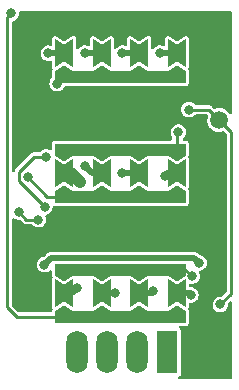
<source format=gbl>
G04 #@! TF.GenerationSoftware,KiCad,Pcbnew,6.0.10-86aedd382b~118~ubuntu22.04.1*
G04 #@! TF.CreationDate,2023-01-28T15:28:02-08:00*
G04 #@! TF.ProjectId,esp8266-dongle,65737038-3236-4362-9d64-6f6e676c652e,rev?*
G04 #@! TF.SameCoordinates,Original*
G04 #@! TF.FileFunction,Copper,L2,Bot*
G04 #@! TF.FilePolarity,Positive*
%FSLAX46Y46*%
G04 Gerber Fmt 4.6, Leading zero omitted, Abs format (unit mm)*
G04 Created by KiCad (PCBNEW 6.0.10-86aedd382b~118~ubuntu22.04.1) date 2023-01-28 15:28:02*
%MOMM*%
%LPD*%
G01*
G04 APERTURE LIST*
G04 Aperture macros list*
%AMFreePoly0*
4,1,6,1.000000,0.000000,0.500000,-0.750000,-0.500000,-0.750000,-0.500000,0.750000,0.500000,0.750000,1.000000,0.000000,1.000000,0.000000,$1*%
%AMFreePoly1*
4,1,7,0.700000,0.000000,1.200000,-0.750000,-1.200000,-0.750000,-0.700000,0.000000,-1.200000,0.750000,1.200000,0.750000,0.700000,0.000000,0.700000,0.000000,$1*%
G04 Aperture macros list end*
G04 #@! TA.AperFunction,ComponentPad*
%ADD10R,1.800000X3.600000*%
G04 #@! TD*
G04 #@! TA.AperFunction,ComponentPad*
%ADD11O,1.800000X3.600000*%
G04 #@! TD*
G04 #@! TA.AperFunction,SMDPad,CuDef*
%ADD12FreePoly0,90.000000*%
G04 #@! TD*
G04 #@! TA.AperFunction,SMDPad,CuDef*
%ADD13FreePoly1,90.000000*%
G04 #@! TD*
G04 #@! TA.AperFunction,SMDPad,CuDef*
%ADD14FreePoly0,270.000000*%
G04 #@! TD*
G04 #@! TA.AperFunction,SMDPad,CuDef*
%ADD15C,1.500000*%
G04 #@! TD*
G04 #@! TA.AperFunction,ViaPad*
%ADD16C,0.800000*%
G04 #@! TD*
G04 #@! TA.AperFunction,Conductor*
%ADD17C,0.500000*%
G04 #@! TD*
G04 #@! TA.AperFunction,Conductor*
%ADD18C,1.000000*%
G04 #@! TD*
G04 #@! TA.AperFunction,Conductor*
%ADD19C,0.250000*%
G04 #@! TD*
G04 APERTURE END LIST*
D10*
G04 #@! TO.P,J1,1,Pin_1*
G04 #@! TO.N,/PIN1*
X120000000Y-106600000D03*
D11*
G04 #@! TO.P,J1,2,Pin_2*
G04 #@! TO.N,/PIN2*
X117460000Y-106600000D03*
G04 #@! TO.P,J1,3,Pin_3*
G04 #@! TO.N,/PIN3*
X114920000Y-106600000D03*
G04 #@! TO.P,J1,4,Pin_4*
G04 #@! TO.N,/PIN4*
X112380000Y-106600000D03*
G04 #@! TD*
D12*
G04 #@! TO.P,JP9,1,A*
G04 #@! TO.N,/TXD*
X111275000Y-103600000D03*
D13*
G04 #@! TO.P,JP9,2,C*
G04 #@! TO.N,/PIN4*
X111275000Y-101600000D03*
D14*
G04 #@! TO.P,JP9,3,B*
G04 #@! TO.N,/RXD*
X111275000Y-99600000D03*
G04 #@! TD*
D15*
G04 #@! TO.P,TP1,1,1*
G04 #@! TO.N,/GPIO0*
X124400000Y-86950000D03*
G04 #@! TD*
D12*
G04 #@! TO.P,JP4,1,A*
G04 #@! TO.N,/ROUTER_TX*
X120800000Y-93440000D03*
D13*
G04 #@! TO.P,JP4,2,C*
G04 #@! TO.N,/PIN1*
X120800000Y-91440000D03*
D14*
G04 #@! TO.P,JP4,3,B*
G04 #@! TO.N,/ROUTER_RX*
X120800000Y-89440000D03*
G04 #@! TD*
D12*
G04 #@! TO.P,JP7,1,A*
G04 #@! TO.N,/ROUTER_TX*
X114450000Y-93440000D03*
D13*
G04 #@! TO.P,JP7,2,C*
G04 #@! TO.N,/PIN3*
X114450000Y-91440000D03*
D14*
G04 #@! TO.P,JP7,3,B*
G04 #@! TO.N,/ROUTER_RX*
X114450000Y-89440000D03*
G04 #@! TD*
D12*
G04 #@! TO.P,JP12,1,A*
G04 #@! TO.N,/TXD*
X117625000Y-103600000D03*
D13*
G04 #@! TO.P,JP12,2,C*
G04 #@! TO.N,/PIN2*
X117625000Y-101600000D03*
D14*
G04 #@! TO.P,JP12,3,B*
G04 #@! TO.N,/RXD*
X117625000Y-99600000D03*
G04 #@! TD*
D12*
G04 #@! TO.P,JP8,1,A*
G04 #@! TO.N,/ROUTER_TX*
X117625000Y-93440000D03*
D13*
G04 #@! TO.P,JP8,2,C*
G04 #@! TO.N,/PIN2*
X117625000Y-91440000D03*
D14*
G04 #@! TO.P,JP8,3,B*
G04 #@! TO.N,/ROUTER_RX*
X117625000Y-89440000D03*
G04 #@! TD*
D12*
G04 #@! TO.P,JP5,1,A*
G04 #@! TO.N,+3V3*
X114450000Y-83280000D03*
D13*
G04 #@! TO.P,JP5,2,C*
G04 #@! TO.N,/PIN3*
X114450000Y-81280000D03*
D14*
G04 #@! TO.P,JP5,3,B*
G04 #@! TO.N,GND*
X114450000Y-79280000D03*
G04 #@! TD*
D12*
G04 #@! TO.P,JP3,1,A*
G04 #@! TO.N,/ROUTER_TX*
X111275000Y-93440000D03*
D13*
G04 #@! TO.P,JP3,2,C*
G04 #@! TO.N,/PIN4*
X111275000Y-91440000D03*
D14*
G04 #@! TO.P,JP3,3,B*
G04 #@! TO.N,/ROUTER_RX*
X111275000Y-89440000D03*
G04 #@! TD*
D12*
G04 #@! TO.P,JP10,1,A*
G04 #@! TO.N,/TXD*
X120800000Y-103600000D03*
D13*
G04 #@! TO.P,JP10,2,C*
G04 #@! TO.N,/PIN1*
X120800000Y-101600000D03*
D14*
G04 #@! TO.P,JP10,3,B*
G04 #@! TO.N,/RXD*
X120800000Y-99600000D03*
G04 #@! TD*
D12*
G04 #@! TO.P,JP6,1,A*
G04 #@! TO.N,+3V3*
X117625000Y-83280000D03*
D13*
G04 #@! TO.P,JP6,2,C*
G04 #@! TO.N,/PIN2*
X117625000Y-81280000D03*
D14*
G04 #@! TO.P,JP6,3,B*
G04 #@! TO.N,GND*
X117625000Y-79280000D03*
G04 #@! TD*
D12*
G04 #@! TO.P,JP11,1,A*
G04 #@! TO.N,/TXD*
X114450000Y-103600000D03*
D13*
G04 #@! TO.P,JP11,2,C*
G04 #@! TO.N,/PIN3*
X114450000Y-101600000D03*
D14*
G04 #@! TO.P,JP11,3,B*
G04 #@! TO.N,/RXD*
X114450000Y-99600000D03*
G04 #@! TD*
D12*
G04 #@! TO.P,JP2,1,A*
G04 #@! TO.N,+3V3*
X120800000Y-83280000D03*
D13*
G04 #@! TO.P,JP2,2,C*
G04 #@! TO.N,/PIN1*
X120800000Y-81280000D03*
D14*
G04 #@! TO.P,JP2,3,B*
G04 #@! TO.N,GND*
X120800000Y-79280000D03*
G04 #@! TD*
D12*
G04 #@! TO.P,JP1,1,A*
G04 #@! TO.N,+3V3*
X111275000Y-83280000D03*
D13*
G04 #@! TO.P,JP1,2,C*
G04 #@! TO.N,/PIN4*
X111275000Y-81280000D03*
D14*
G04 #@! TO.P,JP1,3,B*
G04 #@! TO.N,GND*
X111275000Y-79280000D03*
G04 #@! TD*
D16*
G04 #@! TO.N,+3V3*
X110680011Y-83861607D03*
X109601000Y-99187000D03*
X122700000Y-99050000D03*
G04 #@! TO.N,GND*
X124206000Y-94361000D03*
X123825000Y-99060000D03*
X122682000Y-94234000D03*
X108028827Y-97589031D03*
G04 #@! TO.N,/PIN1*
X119779511Y-91675489D03*
X119380000Y-81280000D03*
X122000000Y-101750000D03*
G04 #@! TO.N,/PIN2*
X116205000Y-81280000D03*
X118800000Y-101400000D03*
X116205000Y-91440000D03*
G04 #@! TO.N,/PIN3*
X113030000Y-81280000D03*
X113030000Y-90805000D03*
X115600000Y-101550000D03*
G04 #@! TO.N,/PIN4*
X112385000Y-101135000D03*
X112649000Y-92202000D03*
X109939502Y-81280000D03*
G04 #@! TO.N,/ROUTER_TX*
X108174500Y-91758008D03*
G04 #@! TO.N,/ROUTER_RX*
X120950000Y-87950000D03*
G04 #@! TO.N,/CH_PD*
X109740076Y-90056476D03*
X109630498Y-94300000D03*
G04 #@! TO.N,/RESET*
X107442000Y-94742000D03*
X109093000Y-95377000D03*
G04 #@! TO.N,/GPIO0*
X121846047Y-86061888D03*
X124500000Y-102550000D03*
G04 #@! TO.N,/RXD*
X122097831Y-100156520D03*
G04 #@! TO.N,/TXD*
X106781788Y-77913331D03*
G04 #@! TD*
D17*
G04 #@! TO.N,+3V3*
X110138000Y-98650000D02*
X122300000Y-98650000D01*
X122300000Y-98650000D02*
X122700000Y-99050000D01*
D18*
X120800000Y-83280000D02*
X117625000Y-83280000D01*
X114450000Y-83280000D02*
X111345000Y-83280000D01*
X117625000Y-83280000D02*
X114450000Y-83280000D01*
D17*
X111275000Y-83280000D02*
X110693393Y-83861607D01*
X110693393Y-83861607D02*
X110680011Y-83861607D01*
X109601000Y-99187000D02*
X110138000Y-98650000D01*
D18*
G04 #@! TO.N,GND*
X120800000Y-79280000D02*
X117625000Y-79280000D01*
X111275000Y-79280000D02*
X114450000Y-79280000D01*
X117625000Y-79280000D02*
X114450000Y-79280000D01*
D17*
G04 #@! TO.N,/PIN1*
X121850000Y-101600000D02*
X120800000Y-101600000D01*
X120015000Y-91440000D02*
X119779511Y-91675489D01*
X120800000Y-81280000D02*
X119380000Y-81280000D01*
X122000000Y-101750000D02*
X121850000Y-101600000D01*
X120800000Y-91440000D02*
X120015000Y-91440000D01*
G04 #@! TO.N,/PIN2*
X118600000Y-101600000D02*
X117625000Y-101600000D01*
X117625000Y-91440000D02*
X116205000Y-91440000D01*
X116205000Y-81280000D02*
X117625000Y-81280000D01*
X118800000Y-101400000D02*
X118600000Y-101600000D01*
G04 #@! TO.N,/PIN3*
X114450000Y-91440000D02*
X113665000Y-91440000D01*
X113665000Y-91440000D02*
X113030000Y-90805000D01*
X113030000Y-81280000D02*
X114450000Y-81280000D01*
X115600000Y-101550000D02*
X115550000Y-101600000D01*
X115550000Y-101600000D02*
X114450000Y-101600000D01*
G04 #@! TO.N,/PIN4*
X111275000Y-81280000D02*
X109939502Y-81280000D01*
D18*
X111887000Y-91440000D02*
X111275000Y-91440000D01*
D17*
X111920000Y-101600000D02*
X111275000Y-101600000D01*
X112385000Y-101135000D02*
X111920000Y-101600000D01*
D18*
X112649000Y-92202000D02*
X111887000Y-91440000D01*
D19*
G04 #@! TO.N,/ROUTER_TX*
X109856492Y-93440000D02*
X108174500Y-91758008D01*
X111275000Y-93440000D02*
X109856492Y-93440000D01*
D18*
X114450000Y-93440000D02*
X111275000Y-93440000D01*
X120800000Y-93440000D02*
X117625000Y-93440000D01*
X117625000Y-93440000D02*
X114450000Y-93440000D01*
G04 #@! TO.N,/ROUTER_RX*
X117625000Y-89440000D02*
X114450000Y-89440000D01*
X120800000Y-89440000D02*
X117625000Y-89440000D01*
D19*
X120800000Y-88100000D02*
X120800000Y-89440000D01*
D18*
X114450000Y-89440000D02*
X111275000Y-89440000D01*
D19*
X120950000Y-87950000D02*
X120800000Y-88100000D01*
G04 #@! TO.N,/CH_PD*
X109630498Y-94300000D02*
X107450000Y-92119502D01*
X107450000Y-91350000D02*
X108743524Y-90056476D01*
X107450000Y-92119502D02*
X107450000Y-91350000D01*
X108743524Y-90056476D02*
X109740076Y-90056476D01*
G04 #@! TO.N,/RESET*
X109093000Y-95377000D02*
X108077000Y-95377000D01*
X108077000Y-95377000D02*
X107442000Y-94742000D01*
G04 #@! TO.N,/GPIO0*
X125400000Y-87950000D02*
X125400000Y-101650000D01*
X123511888Y-86061888D02*
X124400000Y-86950000D01*
X125400000Y-101650000D02*
X124500000Y-102550000D01*
X124400000Y-86950000D02*
X125400000Y-87950000D01*
X121846047Y-86061888D02*
X123511888Y-86061888D01*
G04 #@! TO.N,/RXD*
X122097831Y-100156520D02*
X121541311Y-99600000D01*
X121541311Y-99600000D02*
X120800000Y-99600000D01*
D18*
X111275000Y-99600000D02*
X120800000Y-99600000D01*
D19*
G04 #@! TO.N,/TXD*
X106781788Y-77913331D02*
X106450000Y-78245119D01*
X106450000Y-102800000D02*
X107250000Y-103600000D01*
X107250000Y-103600000D02*
X111275000Y-103600000D01*
D18*
X111275000Y-103600000D02*
X120800000Y-103600000D01*
D19*
X106450000Y-78245119D02*
X106450000Y-102800000D01*
G04 #@! TD*
G04 #@! TA.AperFunction,Conductor*
G04 #@! TO.N,GND*
G36*
X125417621Y-77744002D02*
G01*
X125464114Y-77797658D01*
X125475500Y-77850000D01*
X125475500Y-86328560D01*
X125455498Y-86396681D01*
X125401842Y-86443174D01*
X125331568Y-86453278D01*
X125266988Y-86423784D01*
X125244554Y-86398290D01*
X125243609Y-86396867D01*
X125240717Y-86391429D01*
X125116212Y-86238770D01*
X125050894Y-86184734D01*
X124969177Y-86117132D01*
X124969174Y-86117130D01*
X124964427Y-86113203D01*
X124791143Y-86019508D01*
X124602960Y-85961256D01*
X124596835Y-85960612D01*
X124596834Y-85960612D01*
X124413176Y-85941309D01*
X124413174Y-85941309D01*
X124407047Y-85940665D01*
X124325018Y-85948130D01*
X124217004Y-85957960D01*
X124217001Y-85957961D01*
X124210865Y-85958519D01*
X124204959Y-85960257D01*
X124204955Y-85960258D01*
X124077388Y-85997803D01*
X124006391Y-85997848D01*
X123952718Y-85966024D01*
X123818366Y-85831672D01*
X123803224Y-85812924D01*
X123802109Y-85811699D01*
X123796459Y-85802948D01*
X123788281Y-85796501D01*
X123788279Y-85796499D01*
X123770088Y-85782159D01*
X123765647Y-85778213D01*
X123765585Y-85778286D01*
X123761621Y-85774927D01*
X123757944Y-85771250D01*
X123742196Y-85759996D01*
X123737526Y-85756490D01*
X123697241Y-85724732D01*
X123688607Y-85721700D01*
X123681154Y-85716374D01*
X123632038Y-85701685D01*
X123626396Y-85699852D01*
X123585521Y-85685498D01*
X123585520Y-85685498D01*
X123578037Y-85682870D01*
X123572472Y-85682388D01*
X123569764Y-85682388D01*
X123567130Y-85682274D01*
X123567032Y-85682245D01*
X123567039Y-85682081D01*
X123566335Y-85682037D01*
X123560110Y-85680175D01*
X123506253Y-85682291D01*
X123501306Y-85682388D01*
X122445729Y-85682388D01*
X122377608Y-85662386D01*
X122351161Y-85636748D01*
X122349925Y-85637837D01*
X122344902Y-85632139D01*
X122340600Y-85625880D01*
X122222322Y-85520499D01*
X122214936Y-85516588D01*
X122089035Y-85449927D01*
X122089036Y-85449927D01*
X122082321Y-85446372D01*
X121928680Y-85407780D01*
X121921081Y-85407740D01*
X121921080Y-85407740D01*
X121855228Y-85407395D01*
X121770268Y-85406950D01*
X121762888Y-85408722D01*
X121762886Y-85408722D01*
X121623610Y-85442159D01*
X121623607Y-85442160D01*
X121616231Y-85443931D01*
X121475461Y-85516588D01*
X121356086Y-85620726D01*
X121264997Y-85750332D01*
X121207453Y-85897925D01*
X121206461Y-85905458D01*
X121206461Y-85905459D01*
X121191061Y-86022438D01*
X121186776Y-86054984D01*
X121204160Y-86212441D01*
X121206770Y-86219572D01*
X121206770Y-86219574D01*
X121212359Y-86234845D01*
X121258600Y-86361207D01*
X121262836Y-86367510D01*
X121262836Y-86367511D01*
X121337279Y-86478293D01*
X121346955Y-86492693D01*
X121352574Y-86497806D01*
X121352575Y-86497807D01*
X121426819Y-86565363D01*
X121464123Y-86599307D01*
X121603340Y-86674896D01*
X121756569Y-86715095D01*
X121840524Y-86716414D01*
X121907366Y-86717464D01*
X121907369Y-86717464D01*
X121914963Y-86717583D01*
X122069379Y-86682217D01*
X122172421Y-86630393D01*
X122204119Y-86614451D01*
X122204122Y-86614449D01*
X122210902Y-86611039D01*
X122216673Y-86606110D01*
X122216676Y-86606108D01*
X122325589Y-86513087D01*
X122325590Y-86513086D01*
X122331361Y-86508157D01*
X122341633Y-86493862D01*
X122397628Y-86450214D01*
X122443956Y-86441388D01*
X123302504Y-86441388D01*
X123370625Y-86461390D01*
X123391599Y-86478293D01*
X123416505Y-86503199D01*
X123450531Y-86565511D01*
X123447512Y-86630392D01*
X123412697Y-86740142D01*
X123390738Y-86935907D01*
X123407222Y-87132209D01*
X123408920Y-87138129D01*
X123454689Y-87297743D01*
X123461521Y-87321570D01*
X123551566Y-87496779D01*
X123555389Y-87501603D01*
X123555392Y-87501607D01*
X123658922Y-87632228D01*
X123673927Y-87651160D01*
X123823945Y-87778835D01*
X123829323Y-87781841D01*
X123829325Y-87781842D01*
X123862304Y-87800273D01*
X123995904Y-87874940D01*
X124183255Y-87935814D01*
X124378862Y-87959139D01*
X124384997Y-87958667D01*
X124384999Y-87958667D01*
X124444801Y-87954065D01*
X124575274Y-87944026D01*
X124724853Y-87902262D01*
X124795841Y-87903207D01*
X124847831Y-87934525D01*
X124983595Y-88070289D01*
X125017621Y-88132601D01*
X125020500Y-88159384D01*
X125020500Y-101440616D01*
X125000498Y-101508737D01*
X124983595Y-101529711D01*
X124654411Y-101858895D01*
X124592099Y-101892921D01*
X124564658Y-101895798D01*
X124424221Y-101895062D01*
X124416841Y-101896834D01*
X124416839Y-101896834D01*
X124277563Y-101930271D01*
X124277560Y-101930272D01*
X124270184Y-101932043D01*
X124129414Y-102004700D01*
X124010039Y-102108838D01*
X123918950Y-102238444D01*
X123861406Y-102386037D01*
X123860414Y-102393570D01*
X123860414Y-102393571D01*
X123842504Y-102529614D01*
X123840729Y-102543096D01*
X123858113Y-102700553D01*
X123860723Y-102707684D01*
X123860723Y-102707686D01*
X123909554Y-102841123D01*
X123912553Y-102849319D01*
X123916789Y-102855622D01*
X123916789Y-102855623D01*
X123946140Y-102899301D01*
X124000908Y-102980805D01*
X124006527Y-102985918D01*
X124006528Y-102985919D01*
X124112460Y-103082309D01*
X124118076Y-103087419D01*
X124257293Y-103163008D01*
X124410522Y-103203207D01*
X124494477Y-103204526D01*
X124561319Y-103205576D01*
X124561322Y-103205576D01*
X124568916Y-103205695D01*
X124723332Y-103170329D01*
X124793742Y-103134917D01*
X124858072Y-103102563D01*
X124858075Y-103102561D01*
X124864855Y-103099151D01*
X124870626Y-103094222D01*
X124870629Y-103094220D01*
X124979536Y-103001204D01*
X124979536Y-103001203D01*
X124985314Y-102996269D01*
X125077755Y-102867624D01*
X125136842Y-102720641D01*
X125159162Y-102563807D01*
X125159307Y-102550000D01*
X125153437Y-102501496D01*
X125165109Y-102431468D01*
X125189429Y-102397265D01*
X125260405Y-102326289D01*
X125322717Y-102292263D01*
X125393532Y-102297328D01*
X125450368Y-102339875D01*
X125475179Y-102406395D01*
X125475500Y-102415384D01*
X125475500Y-108759500D01*
X125455498Y-108827621D01*
X125401842Y-108874114D01*
X125349500Y-108885500D01*
X121033086Y-108885500D01*
X120964965Y-108865498D01*
X120918472Y-108811842D01*
X120908368Y-108741568D01*
X120937862Y-108676988D01*
X120984869Y-108643091D01*
X120987129Y-108642155D01*
X120999301Y-108639734D01*
X121009618Y-108632841D01*
X121009619Y-108632840D01*
X121073168Y-108590377D01*
X121083484Y-108583484D01*
X121139734Y-108499301D01*
X121154500Y-108425067D01*
X121154499Y-104774934D01*
X121139734Y-104700699D01*
X121117168Y-104666926D01*
X121090377Y-104626832D01*
X121083484Y-104616516D01*
X121044176Y-104590251D01*
X120998648Y-104535774D01*
X120989801Y-104465331D01*
X121020442Y-104401287D01*
X121080844Y-104363975D01*
X121114178Y-104359486D01*
X121550000Y-104359486D01*
X121649301Y-104339734D01*
X121733484Y-104283484D01*
X121789734Y-104199301D01*
X121809486Y-104100000D01*
X121809486Y-103100000D01*
X121804447Y-103049111D01*
X121784747Y-103001691D01*
X121777085Y-102931110D01*
X121783808Y-102908170D01*
X121789734Y-102899301D01*
X121799470Y-102850357D01*
X121808279Y-102806068D01*
X121809486Y-102800000D01*
X121809486Y-102529614D01*
X121829488Y-102461493D01*
X121883144Y-102415000D01*
X121937464Y-102403630D01*
X121985758Y-102404389D01*
X122061319Y-102405576D01*
X122061322Y-102405576D01*
X122068916Y-102405695D01*
X122223332Y-102370329D01*
X122310897Y-102326289D01*
X122358072Y-102302563D01*
X122358075Y-102302561D01*
X122364855Y-102299151D01*
X122370626Y-102294222D01*
X122370629Y-102294220D01*
X122479536Y-102201204D01*
X122479536Y-102201203D01*
X122485314Y-102196269D01*
X122577755Y-102067624D01*
X122636842Y-101920641D01*
X122648305Y-101840095D01*
X122658581Y-101767891D01*
X122658581Y-101767888D01*
X122659162Y-101763807D01*
X122659307Y-101750000D01*
X122640276Y-101592733D01*
X122584280Y-101444546D01*
X122553852Y-101400273D01*
X122498855Y-101320251D01*
X122498854Y-101320249D01*
X122494553Y-101313992D01*
X122376275Y-101208611D01*
X122236274Y-101134484D01*
X122082633Y-101095892D01*
X122075034Y-101095852D01*
X122075033Y-101095852D01*
X122034037Y-101095637D01*
X121934825Y-101095118D01*
X121866811Y-101074760D01*
X121820600Y-101020861D01*
X121809486Y-100969120D01*
X121809486Y-100920875D01*
X121829488Y-100852754D01*
X121883144Y-100806261D01*
X121953418Y-100796157D01*
X121967459Y-100798999D01*
X122001002Y-100807799D01*
X122001006Y-100807800D01*
X122008353Y-100809727D01*
X122092308Y-100811046D01*
X122159150Y-100812096D01*
X122159153Y-100812096D01*
X122166747Y-100812215D01*
X122321163Y-100776849D01*
X122424471Y-100724891D01*
X122455903Y-100709083D01*
X122455906Y-100709081D01*
X122462686Y-100705671D01*
X122468457Y-100700742D01*
X122468460Y-100700740D01*
X122577367Y-100607724D01*
X122577367Y-100607723D01*
X122583145Y-100602789D01*
X122675586Y-100474144D01*
X122734673Y-100327161D01*
X122756993Y-100170327D01*
X122757138Y-100156520D01*
X122738107Y-99999253D01*
X122689524Y-99870684D01*
X122684156Y-99799891D01*
X122717913Y-99737434D01*
X122779260Y-99703326D01*
X122915929Y-99672025D01*
X122915933Y-99672024D01*
X122923332Y-99670329D01*
X123006121Y-99628691D01*
X123058072Y-99602563D01*
X123058075Y-99602561D01*
X123064855Y-99599151D01*
X123070626Y-99594222D01*
X123070629Y-99594220D01*
X123179536Y-99501204D01*
X123179536Y-99501203D01*
X123185314Y-99496269D01*
X123277755Y-99367624D01*
X123336842Y-99220641D01*
X123359162Y-99063807D01*
X123359307Y-99050000D01*
X123340276Y-98892733D01*
X123284280Y-98744546D01*
X123194553Y-98613992D01*
X123076275Y-98508611D01*
X122936274Y-98434484D01*
X122928911Y-98432635D01*
X122928907Y-98432633D01*
X122785332Y-98396570D01*
X122726932Y-98363461D01*
X122706677Y-98343206D01*
X122699136Y-98333768D01*
X122698756Y-98334091D01*
X122692938Y-98327255D01*
X122688147Y-98319661D01*
X122648140Y-98284328D01*
X122642454Y-98278983D01*
X122631120Y-98267649D01*
X122622845Y-98261447D01*
X122615000Y-98255060D01*
X122586557Y-98229940D01*
X122579830Y-98223999D01*
X122571708Y-98220186D01*
X122568907Y-98218346D01*
X122554912Y-98209937D01*
X122551949Y-98208315D01*
X122544764Y-98202930D01*
X122536354Y-98199777D01*
X122536352Y-98199776D01*
X122500818Y-98186454D01*
X122491502Y-98182529D01*
X122449018Y-98162583D01*
X122440144Y-98161201D01*
X122436917Y-98160215D01*
X122421134Y-98156075D01*
X122417856Y-98155354D01*
X122409448Y-98152202D01*
X122395691Y-98151180D01*
X122362643Y-98148724D01*
X122352596Y-98147570D01*
X122344114Y-98146249D01*
X122344111Y-98146249D01*
X122339303Y-98145500D01*
X122323938Y-98145500D01*
X122314601Y-98145154D01*
X122298519Y-98143959D01*
X122265333Y-98141493D01*
X122256558Y-98143366D01*
X122247862Y-98143959D01*
X122233262Y-98145500D01*
X110208630Y-98145500D01*
X110196622Y-98144158D01*
X110196582Y-98144654D01*
X110187631Y-98143934D01*
X110178877Y-98141953D01*
X110148430Y-98143842D01*
X110125607Y-98145258D01*
X110117805Y-98145500D01*
X110101774Y-98145500D01*
X110091541Y-98146965D01*
X110081489Y-98147995D01*
X110052085Y-98149820D01*
X110043601Y-98150346D01*
X110043600Y-98150346D01*
X110034642Y-98150902D01*
X110026199Y-98153950D01*
X110022920Y-98154629D01*
X110007055Y-98158584D01*
X110003831Y-98159527D01*
X109994948Y-98160799D01*
X109986779Y-98164513D01*
X109986773Y-98164515D01*
X109952221Y-98180225D01*
X109942853Y-98184039D01*
X109898716Y-98199972D01*
X109891466Y-98205269D01*
X109888499Y-98206846D01*
X109874386Y-98215093D01*
X109871563Y-98216898D01*
X109863395Y-98220612D01*
X109856598Y-98226469D01*
X109856596Y-98226470D01*
X109827847Y-98251243D01*
X109819936Y-98257525D01*
X109809056Y-98265473D01*
X109798194Y-98276335D01*
X109791348Y-98282693D01*
X109753918Y-98314944D01*
X109749034Y-98322479D01*
X109743301Y-98329051D01*
X109734074Y-98340455D01*
X109573044Y-98501485D01*
X109513363Y-98534909D01*
X109480688Y-98542753D01*
X109378563Y-98567271D01*
X109378560Y-98567272D01*
X109371184Y-98569043D01*
X109230414Y-98641700D01*
X109111039Y-98745838D01*
X109019950Y-98875444D01*
X108962406Y-99023037D01*
X108961414Y-99030570D01*
X108961414Y-99030571D01*
X108945099Y-99154500D01*
X108941729Y-99180096D01*
X108959113Y-99337553D01*
X108961723Y-99344684D01*
X108961723Y-99344686D01*
X108972377Y-99373798D01*
X109013553Y-99486319D01*
X109017789Y-99492622D01*
X109017789Y-99492623D01*
X109086060Y-99594220D01*
X109101908Y-99617805D01*
X109107527Y-99622918D01*
X109107528Y-99622919D01*
X109195764Y-99703207D01*
X109219076Y-99724419D01*
X109358293Y-99800008D01*
X109511522Y-99840207D01*
X109595477Y-99841526D01*
X109662319Y-99842576D01*
X109662322Y-99842576D01*
X109669916Y-99842695D01*
X109824332Y-99807329D01*
X109894742Y-99771917D01*
X109959072Y-99739563D01*
X109959075Y-99739561D01*
X109965855Y-99736151D01*
X110057684Y-99657722D01*
X110122473Y-99628691D01*
X110192673Y-99639296D01*
X110245995Y-99686170D01*
X110265514Y-99753533D01*
X110265514Y-100100000D01*
X110270553Y-100150889D01*
X110274123Y-100159482D01*
X110290253Y-100198308D01*
X110297915Y-100268890D01*
X110291192Y-100291830D01*
X110285266Y-100300699D01*
X110265514Y-100400000D01*
X110265514Y-102800000D01*
X110270447Y-102850357D01*
X110290352Y-102898554D01*
X110297868Y-102969150D01*
X110291199Y-102991820D01*
X110285266Y-103000699D01*
X110265514Y-103100000D01*
X110265514Y-103106188D01*
X110265449Y-103106848D01*
X110238868Y-103172681D01*
X110180914Y-103213692D01*
X110140056Y-103220500D01*
X107459384Y-103220500D01*
X107391263Y-103200498D01*
X107370289Y-103183595D01*
X106866405Y-102679711D01*
X106832379Y-102617399D01*
X106829500Y-102590616D01*
X106829500Y-95354617D01*
X106849502Y-95286496D01*
X106903158Y-95240003D01*
X106973432Y-95229899D01*
X107040299Y-95261424D01*
X107060076Y-95279419D01*
X107199293Y-95355008D01*
X107352522Y-95395207D01*
X107449138Y-95396725D01*
X107510772Y-95397693D01*
X107578570Y-95418762D01*
X107597888Y-95434582D01*
X107770522Y-95607216D01*
X107785664Y-95625964D01*
X107786779Y-95627189D01*
X107792429Y-95635940D01*
X107800607Y-95642387D01*
X107800609Y-95642389D01*
X107818800Y-95656729D01*
X107823241Y-95660675D01*
X107823303Y-95660602D01*
X107827267Y-95663961D01*
X107830944Y-95667638D01*
X107846692Y-95678892D01*
X107851362Y-95682398D01*
X107891647Y-95714156D01*
X107900281Y-95717188D01*
X107907734Y-95722514D01*
X107956850Y-95737203D01*
X107962492Y-95739036D01*
X108003367Y-95753390D01*
X108010851Y-95756018D01*
X108016416Y-95756500D01*
X108019124Y-95756500D01*
X108021758Y-95756614D01*
X108021856Y-95756643D01*
X108021849Y-95756807D01*
X108022553Y-95756851D01*
X108028778Y-95758713D01*
X108082635Y-95756597D01*
X108087582Y-95756500D01*
X108493141Y-95756500D01*
X108561262Y-95776502D01*
X108588522Y-95800169D01*
X108589672Y-95801501D01*
X108593908Y-95807805D01*
X108711076Y-95914419D01*
X108850293Y-95990008D01*
X109003522Y-96030207D01*
X109087477Y-96031526D01*
X109154319Y-96032576D01*
X109154322Y-96032576D01*
X109161916Y-96032695D01*
X109316332Y-95997329D01*
X109386742Y-95961917D01*
X109451072Y-95929563D01*
X109451075Y-95929561D01*
X109457855Y-95926151D01*
X109463626Y-95921222D01*
X109463629Y-95921220D01*
X109572536Y-95828204D01*
X109572536Y-95828203D01*
X109578314Y-95823269D01*
X109670755Y-95694624D01*
X109729842Y-95547641D01*
X109752162Y-95390807D01*
X109752307Y-95377000D01*
X109733276Y-95219733D01*
X109689808Y-95104699D01*
X109684440Y-95033908D01*
X109718197Y-94971451D01*
X109779544Y-94937343D01*
X109846427Y-94922025D01*
X109846431Y-94922024D01*
X109853830Y-94920329D01*
X109924240Y-94884917D01*
X109988570Y-94852563D01*
X109988573Y-94852561D01*
X109995353Y-94849151D01*
X110001124Y-94844222D01*
X110001127Y-94844220D01*
X110110034Y-94751204D01*
X110110034Y-94751203D01*
X110115812Y-94746269D01*
X110208253Y-94617624D01*
X110267340Y-94470641D01*
X110289660Y-94313807D01*
X110289754Y-94304893D01*
X110310474Y-94236987D01*
X110364617Y-94191063D01*
X110440328Y-94182644D01*
X110481734Y-94190880D01*
X110525000Y-94199486D01*
X112025000Y-94199486D01*
X112037897Y-94196921D01*
X112062476Y-94194500D01*
X113662524Y-94194500D01*
X113687103Y-94196921D01*
X113700000Y-94199486D01*
X115200000Y-94199486D01*
X115212897Y-94196921D01*
X115237476Y-94194500D01*
X116837524Y-94194500D01*
X116862103Y-94196921D01*
X116875000Y-94199486D01*
X118375000Y-94199486D01*
X118387897Y-94196921D01*
X118412476Y-94194500D01*
X120012524Y-94194500D01*
X120037103Y-94196921D01*
X120050000Y-94199486D01*
X121550000Y-94199486D01*
X121649301Y-94179734D01*
X121733484Y-94123484D01*
X121789734Y-94039301D01*
X121809486Y-93940000D01*
X121809486Y-92940000D01*
X121804447Y-92889111D01*
X121784747Y-92841691D01*
X121777085Y-92771110D01*
X121783808Y-92748170D01*
X121789734Y-92739301D01*
X121799470Y-92690357D01*
X121808279Y-92646068D01*
X121809486Y-92640000D01*
X121809486Y-90240000D01*
X121804553Y-90189643D01*
X121784648Y-90141446D01*
X121777132Y-90070850D01*
X121783801Y-90048180D01*
X121789734Y-90039301D01*
X121809486Y-89940000D01*
X121809486Y-88940000D01*
X121789734Y-88840699D01*
X121733484Y-88756516D01*
X121649301Y-88700266D01*
X121550000Y-88680514D01*
X121444044Y-88680514D01*
X121375923Y-88660512D01*
X121329430Y-88606856D01*
X121319326Y-88536582D01*
X121348820Y-88472002D01*
X121362214Y-88458703D01*
X121429532Y-88401208D01*
X121429535Y-88401205D01*
X121435314Y-88396269D01*
X121527755Y-88267624D01*
X121586842Y-88120641D01*
X121609162Y-87963807D01*
X121609307Y-87950000D01*
X121590276Y-87792733D01*
X121534280Y-87644546D01*
X121444553Y-87513992D01*
X121326275Y-87408611D01*
X121318889Y-87404700D01*
X121192988Y-87338039D01*
X121192989Y-87338039D01*
X121186274Y-87334484D01*
X121032633Y-87295892D01*
X121025034Y-87295852D01*
X121025033Y-87295852D01*
X120959181Y-87295507D01*
X120874221Y-87295062D01*
X120866841Y-87296834D01*
X120866839Y-87296834D01*
X120727563Y-87330271D01*
X120727560Y-87330272D01*
X120720184Y-87332043D01*
X120579414Y-87404700D01*
X120460039Y-87508838D01*
X120368950Y-87638444D01*
X120363802Y-87651649D01*
X120315771Y-87774842D01*
X120311406Y-87786037D01*
X120310414Y-87793570D01*
X120310414Y-87793571D01*
X120296105Y-87902262D01*
X120290729Y-87943096D01*
X120299421Y-88021824D01*
X120304772Y-88070289D01*
X120308113Y-88100553D01*
X120362553Y-88249319D01*
X120366790Y-88255625D01*
X120366792Y-88255628D01*
X120399081Y-88303678D01*
X120420500Y-88373954D01*
X120420500Y-88554514D01*
X120400498Y-88622635D01*
X120346842Y-88669128D01*
X120294500Y-88680514D01*
X120050000Y-88680514D01*
X120037103Y-88683079D01*
X120012524Y-88685500D01*
X118412476Y-88685500D01*
X118387897Y-88683079D01*
X118375000Y-88680514D01*
X116875000Y-88680514D01*
X116862103Y-88683079D01*
X116837524Y-88685500D01*
X115237476Y-88685500D01*
X115212897Y-88683079D01*
X115200000Y-88680514D01*
X113700000Y-88680514D01*
X113687103Y-88683079D01*
X113662524Y-88685500D01*
X112062476Y-88685500D01*
X112037897Y-88683079D01*
X112025000Y-88680514D01*
X110525000Y-88680514D01*
X110425699Y-88700266D01*
X110341516Y-88756516D01*
X110285266Y-88840699D01*
X110265514Y-88940000D01*
X110265514Y-89384780D01*
X110245512Y-89452901D01*
X110191856Y-89499394D01*
X110121582Y-89509498D01*
X110080555Y-89496134D01*
X109976350Y-89440960D01*
X109822709Y-89402368D01*
X109815110Y-89402328D01*
X109815109Y-89402328D01*
X109749257Y-89401983D01*
X109664297Y-89401538D01*
X109656917Y-89403310D01*
X109656915Y-89403310D01*
X109517639Y-89436747D01*
X109517636Y-89436748D01*
X109510260Y-89438519D01*
X109369490Y-89511176D01*
X109250115Y-89615314D01*
X109245748Y-89621527D01*
X109245743Y-89621533D01*
X109244412Y-89623427D01*
X109243089Y-89624481D01*
X109240665Y-89627173D01*
X109240216Y-89626769D01*
X109188878Y-89667659D01*
X109141326Y-89676976D01*
X108797444Y-89676976D01*
X108773496Y-89674427D01*
X108771831Y-89674348D01*
X108761648Y-89672156D01*
X108751307Y-89673380D01*
X108728301Y-89676103D01*
X108722370Y-89676453D01*
X108722378Y-89676548D01*
X108717200Y-89676976D01*
X108712000Y-89676976D01*
X108706871Y-89677830D01*
X108706868Y-89677830D01*
X108692959Y-89680145D01*
X108687081Y-89680982D01*
X108646523Y-89685782D01*
X108646522Y-89685782D01*
X108636183Y-89687006D01*
X108627931Y-89690969D01*
X108618898Y-89692472D01*
X108573751Y-89716832D01*
X108568487Y-89719513D01*
X108522292Y-89741696D01*
X108518016Y-89745290D01*
X108516076Y-89747230D01*
X108514165Y-89748983D01*
X108514075Y-89749032D01*
X108513963Y-89748909D01*
X108513428Y-89749381D01*
X108507710Y-89752466D01*
X108500643Y-89760111D01*
X108471108Y-89792062D01*
X108467678Y-89795628D01*
X107219784Y-91043522D01*
X107201036Y-91058664D01*
X107199811Y-91059779D01*
X107191060Y-91065429D01*
X107184613Y-91073607D01*
X107184611Y-91073609D01*
X107170271Y-91091800D01*
X107166325Y-91096241D01*
X107166398Y-91096303D01*
X107163039Y-91100267D01*
X107159362Y-91103944D01*
X107148108Y-91119692D01*
X107144602Y-91124362D01*
X107112844Y-91164647D01*
X107109812Y-91173281D01*
X107104486Y-91180734D01*
X107094818Y-91213063D01*
X107089799Y-91229844D01*
X107087964Y-91235492D01*
X107074382Y-91274167D01*
X107032939Y-91331812D01*
X106966909Y-91357900D01*
X106897257Y-91344149D01*
X106846097Y-91294923D01*
X106829500Y-91232418D01*
X106829500Y-81273096D01*
X109280231Y-81273096D01*
X109297615Y-81430553D01*
X109352055Y-81579319D01*
X109356291Y-81585622D01*
X109356291Y-81585623D01*
X109424570Y-81687232D01*
X109440410Y-81710805D01*
X109557578Y-81817419D01*
X109696795Y-81893008D01*
X109850024Y-81933207D01*
X109933979Y-81934526D01*
X110000821Y-81935576D01*
X110000824Y-81935576D01*
X110008418Y-81935695D01*
X110015822Y-81933999D01*
X110015824Y-81933999D01*
X110111385Y-81912113D01*
X110182252Y-81916402D01*
X110239550Y-81958325D01*
X110265087Y-82024569D01*
X110265514Y-82034933D01*
X110265514Y-82480000D01*
X110270447Y-82530357D01*
X110290352Y-82578554D01*
X110297868Y-82649150D01*
X110291199Y-82671820D01*
X110285266Y-82680699D01*
X110265514Y-82780000D01*
X110265514Y-83297324D01*
X110245512Y-83365445D01*
X110222344Y-83392273D01*
X110190050Y-83420445D01*
X110098961Y-83550051D01*
X110041417Y-83697644D01*
X110040425Y-83705177D01*
X110040425Y-83705178D01*
X110030575Y-83780000D01*
X110020740Y-83854703D01*
X110038124Y-84012160D01*
X110040734Y-84019291D01*
X110040734Y-84019293D01*
X110048124Y-84039486D01*
X110092564Y-84160926D01*
X110180919Y-84292412D01*
X110186538Y-84297525D01*
X110186539Y-84297526D01*
X110197914Y-84307876D01*
X110298087Y-84399026D01*
X110437304Y-84474615D01*
X110590533Y-84514814D01*
X110674488Y-84516133D01*
X110741330Y-84517183D01*
X110741333Y-84517183D01*
X110748927Y-84517302D01*
X110903343Y-84481936D01*
X110973753Y-84446524D01*
X111038083Y-84414170D01*
X111038086Y-84414168D01*
X111044866Y-84410758D01*
X111050637Y-84405829D01*
X111050640Y-84405827D01*
X111159547Y-84312811D01*
X111159547Y-84312810D01*
X111165325Y-84307876D01*
X111257766Y-84179231D01*
X111282184Y-84118489D01*
X111326151Y-84062745D01*
X111399091Y-84039486D01*
X112025000Y-84039486D01*
X112037897Y-84036921D01*
X112062476Y-84034500D01*
X113662524Y-84034500D01*
X113687103Y-84036921D01*
X113700000Y-84039486D01*
X115200000Y-84039486D01*
X115212897Y-84036921D01*
X115237476Y-84034500D01*
X116837524Y-84034500D01*
X116862103Y-84036921D01*
X116875000Y-84039486D01*
X118375000Y-84039486D01*
X118387897Y-84036921D01*
X118412476Y-84034500D01*
X120012524Y-84034500D01*
X120037103Y-84036921D01*
X120050000Y-84039486D01*
X121550000Y-84039486D01*
X121649301Y-84019734D01*
X121733484Y-83963484D01*
X121789734Y-83879301D01*
X121809486Y-83780000D01*
X121809486Y-82780000D01*
X121804447Y-82729111D01*
X121784747Y-82681691D01*
X121777085Y-82611110D01*
X121783808Y-82588170D01*
X121789734Y-82579301D01*
X121799470Y-82530357D01*
X121808279Y-82486068D01*
X121809486Y-82480000D01*
X121809486Y-80080000D01*
X121804553Y-80029643D01*
X121765905Y-79936063D01*
X121694388Y-79864396D01*
X121600889Y-79825553D01*
X121588479Y-79825540D01*
X121543858Y-79825493D01*
X121499643Y-79825447D01*
X121406063Y-79864095D01*
X121400912Y-79867529D01*
X121400910Y-79867530D01*
X120869892Y-80221542D01*
X120802117Y-80242686D01*
X120730108Y-80221542D01*
X120196502Y-79865805D01*
X120193937Y-79864095D01*
X120162217Y-79847161D01*
X120157484Y-79844634D01*
X120157481Y-79844633D01*
X120149301Y-79840266D01*
X120140203Y-79838456D01*
X120140202Y-79838456D01*
X120075333Y-79825553D01*
X120050000Y-79820514D01*
X119950699Y-79840266D01*
X119866516Y-79896516D01*
X119810266Y-79980699D01*
X119790514Y-80080000D01*
X119790514Y-80549015D01*
X119770512Y-80617136D01*
X119716856Y-80663629D01*
X119646582Y-80673733D01*
X119621321Y-80667156D01*
X119616274Y-80664484D01*
X119559324Y-80650179D01*
X119470002Y-80627743D01*
X119462633Y-80625892D01*
X119455034Y-80625852D01*
X119455033Y-80625852D01*
X119389181Y-80625507D01*
X119304221Y-80625062D01*
X119296841Y-80626834D01*
X119296839Y-80626834D01*
X119157563Y-80660271D01*
X119157560Y-80660272D01*
X119150184Y-80662043D01*
X119009414Y-80734700D01*
X118890039Y-80838838D01*
X118885672Y-80845052D01*
X118863573Y-80876495D01*
X118808038Y-80920727D01*
X118737406Y-80927912D01*
X118674102Y-80895770D01*
X118638224Y-80834506D01*
X118634486Y-80804044D01*
X118634486Y-80080000D01*
X118629553Y-80029643D01*
X118590905Y-79936063D01*
X118519388Y-79864396D01*
X118425889Y-79825553D01*
X118413479Y-79825540D01*
X118368858Y-79825493D01*
X118324643Y-79825447D01*
X118231063Y-79864095D01*
X118225912Y-79867529D01*
X118225910Y-79867530D01*
X117694892Y-80221542D01*
X117627117Y-80242686D01*
X117555108Y-80221542D01*
X117021502Y-79865805D01*
X117018937Y-79864095D01*
X116987217Y-79847161D01*
X116982484Y-79844634D01*
X116982481Y-79844633D01*
X116974301Y-79840266D01*
X116965203Y-79838456D01*
X116965202Y-79838456D01*
X116900333Y-79825553D01*
X116875000Y-79820514D01*
X116775699Y-79840266D01*
X116691516Y-79896516D01*
X116635266Y-79980699D01*
X116615514Y-80080000D01*
X116615514Y-80549015D01*
X116595512Y-80617136D01*
X116541856Y-80663629D01*
X116471582Y-80673733D01*
X116446321Y-80667156D01*
X116441274Y-80664484D01*
X116384324Y-80650179D01*
X116295002Y-80627743D01*
X116287633Y-80625892D01*
X116280034Y-80625852D01*
X116280033Y-80625852D01*
X116214181Y-80625507D01*
X116129221Y-80625062D01*
X116121841Y-80626834D01*
X116121839Y-80626834D01*
X115982563Y-80660271D01*
X115982560Y-80660272D01*
X115975184Y-80662043D01*
X115834414Y-80734700D01*
X115715039Y-80838838D01*
X115710672Y-80845052D01*
X115688573Y-80876495D01*
X115633038Y-80920727D01*
X115562406Y-80927912D01*
X115499102Y-80895770D01*
X115463224Y-80834506D01*
X115459486Y-80804044D01*
X115459486Y-80080000D01*
X115454553Y-80029643D01*
X115415905Y-79936063D01*
X115344388Y-79864396D01*
X115250889Y-79825553D01*
X115238479Y-79825540D01*
X115193858Y-79825493D01*
X115149643Y-79825447D01*
X115056063Y-79864095D01*
X115050912Y-79867529D01*
X115050910Y-79867530D01*
X114519892Y-80221542D01*
X114452117Y-80242686D01*
X114380108Y-80221542D01*
X113846502Y-79865805D01*
X113843937Y-79864095D01*
X113812217Y-79847161D01*
X113807484Y-79844634D01*
X113807481Y-79844633D01*
X113799301Y-79840266D01*
X113790203Y-79838456D01*
X113790202Y-79838456D01*
X113725333Y-79825553D01*
X113700000Y-79820514D01*
X113600699Y-79840266D01*
X113516516Y-79896516D01*
X113460266Y-79980699D01*
X113440514Y-80080000D01*
X113440514Y-80549015D01*
X113420512Y-80617136D01*
X113366856Y-80663629D01*
X113296582Y-80673733D01*
X113271321Y-80667156D01*
X113266274Y-80664484D01*
X113209324Y-80650179D01*
X113120002Y-80627743D01*
X113112633Y-80625892D01*
X113105034Y-80625852D01*
X113105033Y-80625852D01*
X113039181Y-80625507D01*
X112954221Y-80625062D01*
X112946841Y-80626834D01*
X112946839Y-80626834D01*
X112807563Y-80660271D01*
X112807560Y-80660272D01*
X112800184Y-80662043D01*
X112659414Y-80734700D01*
X112540039Y-80838838D01*
X112535672Y-80845052D01*
X112513573Y-80876495D01*
X112458038Y-80920727D01*
X112387406Y-80927912D01*
X112324102Y-80895770D01*
X112288224Y-80834506D01*
X112284486Y-80804044D01*
X112284486Y-80080000D01*
X112279553Y-80029643D01*
X112240905Y-79936063D01*
X112169388Y-79864396D01*
X112075889Y-79825553D01*
X112063479Y-79825540D01*
X112018858Y-79825493D01*
X111974643Y-79825447D01*
X111881063Y-79864095D01*
X111875912Y-79867529D01*
X111875910Y-79867530D01*
X111344892Y-80221542D01*
X111277117Y-80242686D01*
X111205108Y-80221542D01*
X110671502Y-79865805D01*
X110668937Y-79864095D01*
X110637217Y-79847161D01*
X110632484Y-79844634D01*
X110632481Y-79844633D01*
X110624301Y-79840266D01*
X110615203Y-79838456D01*
X110615202Y-79838456D01*
X110550333Y-79825553D01*
X110525000Y-79820514D01*
X110425699Y-79840266D01*
X110341516Y-79896516D01*
X110285266Y-79980699D01*
X110265514Y-80080000D01*
X110265514Y-80525461D01*
X110245512Y-80593582D01*
X110191856Y-80640075D01*
X110121582Y-80650179D01*
X110108819Y-80647665D01*
X110029506Y-80627743D01*
X110029502Y-80627743D01*
X110022135Y-80625892D01*
X110014536Y-80625852D01*
X110014535Y-80625852D01*
X109948683Y-80625507D01*
X109863723Y-80625062D01*
X109856343Y-80626834D01*
X109856341Y-80626834D01*
X109717065Y-80660271D01*
X109717062Y-80660272D01*
X109709686Y-80662043D01*
X109568916Y-80734700D01*
X109449541Y-80838838D01*
X109358452Y-80968444D01*
X109300908Y-81116037D01*
X109280231Y-81273096D01*
X106829500Y-81273096D01*
X106829500Y-78674287D01*
X106849502Y-78606166D01*
X106903158Y-78559673D01*
X106927371Y-78551467D01*
X106997715Y-78535356D01*
X107005120Y-78533660D01*
X107075530Y-78498248D01*
X107139860Y-78465894D01*
X107139863Y-78465892D01*
X107146643Y-78462482D01*
X107152414Y-78457553D01*
X107152417Y-78457551D01*
X107261324Y-78364535D01*
X107261324Y-78364534D01*
X107267102Y-78359600D01*
X107359543Y-78230955D01*
X107418630Y-78083972D01*
X107440950Y-77927138D01*
X107441095Y-77913331D01*
X107435263Y-77865137D01*
X107446936Y-77795107D01*
X107494618Y-77742505D01*
X107560350Y-77724000D01*
X125349500Y-77724000D01*
X125417621Y-77744002D01*
G37*
G04 #@! TD.AperFunction*
G04 #@! TD*
M02*

</source>
